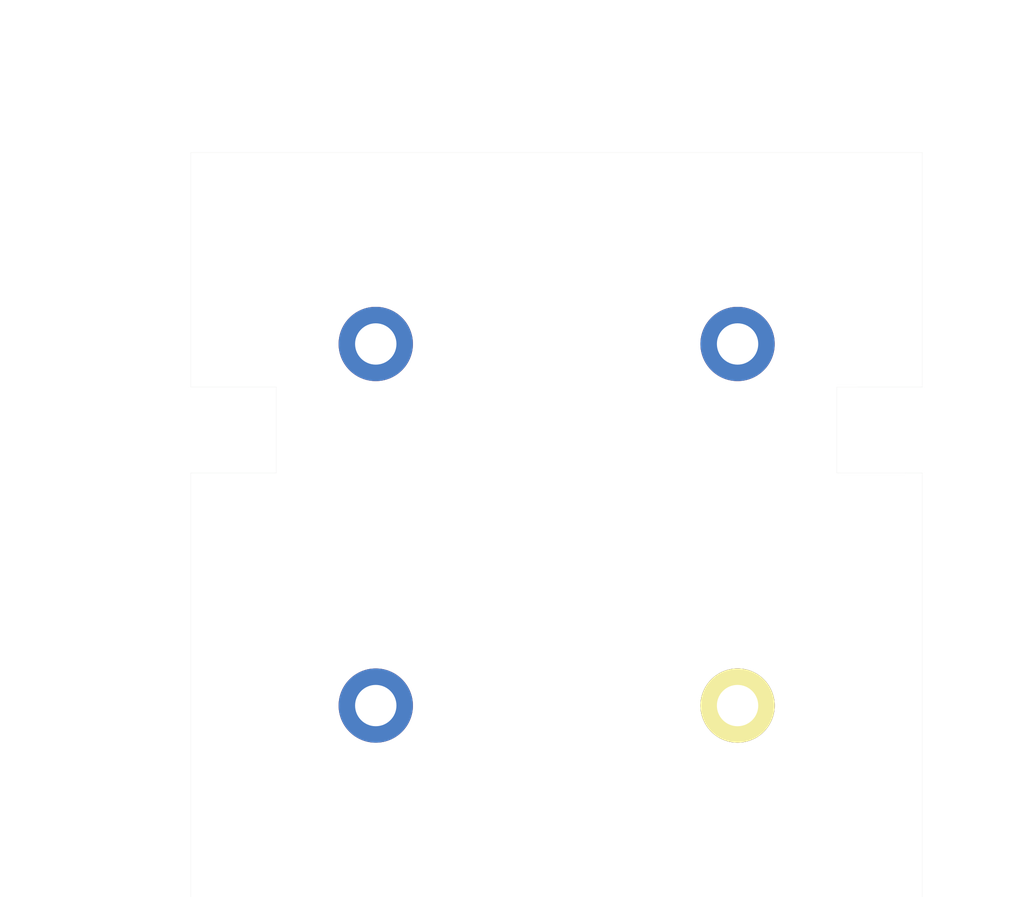
<source format=kicad_pcb>
(kicad_pcb (version 4) (host pcbnew 4.0.1-stable)

  (general
    (links 0)
    (no_connects 0)
    (area 76.925241 84.33554 160.54524 153.235001)
    (thickness 1.6)
    (drawings 22)
    (tracks 0)
    (zones 0)
    (modules 1)
    (nets 1)
  )

  (page A)
  (title_block
    (title "Enter Title On Page Setting Dialog")
    (rev 1)
    (company "Ashton Johnson")
  )

  (layers
    (0 F.Cu signal)
    (31 B.Cu signal)
    (33 F.Adhes user)
    (35 F.Paste user)
    (37 F.SilkS user)
    (39 F.Mask user)
    (40 Dwgs.User user)
    (41 Cmts.User user)
    (42 Eco1.User user)
    (43 Eco2.User user)
    (44 Edge.Cuts user)
    (45 Margin user)
    (47 F.CrtYd user)
    (49 F.Fab user)
  )

  (setup
    (last_trace_width 0.381)
    (user_trace_width 0.1524)
    (user_trace_width 0.2032)
    (user_trace_width 0.254)
    (user_trace_width 0.381)
    (user_trace_width 0.508)
    (user_trace_width 0.635)
    (user_trace_width 0.889)
    (user_trace_width 1.27)
    (user_trace_width 2.974416)
    (trace_clearance 0.254)
    (zone_clearance 0.508)
    (zone_45_only yes)
    (trace_min 0.1524)
    (segment_width 0.2)
    (edge_width 0.15)
    (via_size 0.6858)
    (via_drill 0.3302)
    (via_min_size 0.6858)
    (via_min_drill 0.3302)
    (user_via 0.6858 0.3302)
    (uvia_size 254)
    (uvia_drill 127)
    (uvias_allowed no)
    (uvia_min_size 0)
    (uvia_min_drill 0)
    (pcb_text_width 0.3)
    (pcb_text_size 1.5 1.5)
    (mod_edge_width 0.15)
    (mod_text_size 1 1)
    (mod_text_width 0.15)
    (pad_size 1.524 1.524)
    (pad_drill 0.762)
    (pad_to_mask_clearance 0.0762)
    (aux_axis_origin 106.40024 138.40054)
    (grid_origin 92.09024 153.23054)
    (visible_elements 7FFFFFFF)
    (pcbplotparams
      (layerselection 0x010a8_80000001)
      (usegerberextensions true)
      (usegerberattributes true)
      (excludeedgelayer true)
      (linewidth 0.100000)
      (plotframeref false)
      (viasonmask false)
      (mode 1)
      (useauxorigin false)
      (hpglpennumber 1)
      (hpglpenspeed 20)
      (hpglpendiameter 15)
      (hpglpenoverlay 2)
      (psnegative false)
      (psa4output false)
      (plotreference true)
      (plotvalue true)
      (plotinvisibletext false)
      (padsonsilk false)
      (subtractmaskfromsilk true)
      (outputformat 1)
      (mirror false)
      (drillshape 0)
      (scaleselection 1)
      (outputdirectory ""))
  )

  (net 0 "")

  (net_class Default "This is the default net class."
    (clearance 0.254)
    (trace_width 0.381)
    (via_dia 0.6858)
    (via_drill 0.3302)
    (uvia_dia 254)
    (uvia_drill 127)
  )

  (module 1593K_FULL locked placed (layer F.Cu) (tedit 55D3ECD9) (tstamp 55C8188E)
    (at 106.82024 110.12054)
    (fp_text reference REF** (at -0.42 -2.2) (layer F.SilkS) hide
      (effects (font (size 1 1) (thickness 0.15)))
    )
    (fp_text value 1593K_FULL (at -0.42 -4.74) (layer F.Fab) hide
      (effects (font (size 1 1) (thickness 0.15)))
    )
    (pad "" np_thru_hole circle (at -0.42 28.28) (size 5.75 5.75) (drill 3.2) (layers *.Cu *.Mask)
      (clearance 1) (zone_connect 0))
    (pad "" np_thru_hole circle (at -0.42 0.28) (size 5.75 5.75) (drill 3.2) (layers *.Cu *.Mask)
      (clearance 1) (zone_connect 0))
    (pad "" np_thru_hole circle (at 27.58 0.28) (size 5.75 5.75) (drill 3.2) (layers *.Cu *.Mask)
      (clearance 1) (zone_connect 0))
    (pad "" np_thru_hole circle (at 27.58 28.28) (size 5.75 5.75) (drill 3.2) (layers *.Cu *.Mask F.SilkS)
      (clearance 1) (zone_connect 0))
  )

  (dimension 6.62 (width 0.01) (layer Dwgs.User)
    (gr_text "6.620 mm" (at 95.40024 124.15054) (layer Dwgs.User)
      (effects (font (size 1.5 1.5) (thickness 0.01)))
    )
    (feature1 (pts (xy 98.71024 95.57054) (xy 98.71024 125.50054)))
    (feature2 (pts (xy 92.09024 95.57054) (xy 92.09024 125.50054)))
    (crossbar (pts (xy 92.09024 122.80054) (xy 98.71024 122.80054)))
    (arrow1a (pts (xy 98.71024 122.80054) (xy 97.583736 123.386961)))
    (arrow1b (pts (xy 98.71024 122.80054) (xy 97.583736 122.214119)))
    (arrow2a (pts (xy 92.09024 122.80054) (xy 93.216744 123.386961)))
    (arrow2b (pts (xy 92.09024 122.80054) (xy 93.216744 122.214119)))
  )
  (dimension 6.62 (width 0.01) (layer Dwgs.User)
    (gr_text "6.620 mm" (at 145.39024 123.61054) (layer Dwgs.User)
      (effects (font (size 1.5 1.5) (thickness 0.01)))
    )
    (feature1 (pts (xy 142.08024 95.57054) (xy 142.08024 124.96054)))
    (feature2 (pts (xy 148.70024 95.57054) (xy 148.70024 124.96054)))
    (crossbar (pts (xy 148.70024 122.26054) (xy 142.08024 122.26054)))
    (arrow1a (pts (xy 142.08024 122.26054) (xy 143.206744 121.674119)))
    (arrow1b (pts (xy 142.08024 122.26054) (xy 143.206744 122.846961)))
    (arrow2a (pts (xy 148.70024 122.26054) (xy 147.573736 121.674119)))
    (arrow2b (pts (xy 148.70024 122.26054) (xy 147.573736 122.846961)))
  )
  (dimension 6.63 (width 0.01) (layer Dwgs.User)
    (gr_text "6.630 mm" (at 82.88024 117.06554 270) (layer Dwgs.User)
      (effects (font (size 1.5 1.5) (thickness 0.01)))
    )
    (feature1 (pts (xy 148.70024 120.38054) (xy 81.53024 120.38054)))
    (feature2 (pts (xy 148.70024 113.75054) (xy 81.53024 113.75054)))
    (crossbar (pts (xy 84.23024 113.75054) (xy 84.23024 120.38054)))
    (arrow1a (pts (xy 84.23024 120.38054) (xy 83.643819 119.254036)))
    (arrow1b (pts (xy 84.23024 120.38054) (xy 84.816661 119.254036)))
    (arrow2a (pts (xy 84.23024 113.75054) (xy 83.643819 114.877044)))
    (arrow2b (pts (xy 84.23024 113.75054) (xy 84.816661 114.877044)))
  )
  (dimension 18.18 (width 0.01) (layer Dwgs.User)
    (gr_text "18.180 mm" (at 83.43024 104.66054 270) (layer Dwgs.User)
      (effects (font (size 1.5 1.5) (thickness 0.01)))
    )
    (feature1 (pts (xy 148.70024 113.75054) (xy 82.08024 113.75054)))
    (feature2 (pts (xy 148.70024 95.57054) (xy 82.08024 95.57054)))
    (crossbar (pts (xy 84.78024 95.57054) (xy 84.78024 113.75054)))
    (arrow1a (pts (xy 84.78024 113.75054) (xy 84.193819 112.624036)))
    (arrow1b (pts (xy 84.78024 113.75054) (xy 85.366661 112.624036)))
    (arrow2a (pts (xy 84.78024 95.57054) (xy 84.193819 96.697044)))
    (arrow2b (pts (xy 84.78024 95.57054) (xy 85.366661 96.697044)))
  )
  (dimension 28 (width 0.01) (layer Dwgs.User)
    (gr_text "28.000 mm" (at 154.04024 124.40054 90) (layer Dwgs.User)
      (effects (font (size 1.5 1.5) (thickness 0.01)))
    )
    (feature1 (pts (xy 92.09024 110.40054) (xy 155.39024 110.40054)))
    (feature2 (pts (xy 92.09024 138.40054) (xy 155.39024 138.40054)))
    (crossbar (pts (xy 152.69024 138.40054) (xy 152.69024 110.40054)))
    (arrow1a (pts (xy 152.69024 110.40054) (xy 153.276661 111.527044)))
    (arrow1b (pts (xy 152.69024 110.40054) (xy 152.103819 111.527044)))
    (arrow2a (pts (xy 152.69024 138.40054) (xy 153.276661 137.274036)))
    (arrow2b (pts (xy 152.69024 138.40054) (xy 152.103819 137.274036)))
  )
  (dimension 28 (width 0.01) (layer Dwgs.User)
    (gr_text "28.000 mm" (at 120.40024 90.75054) (layer Dwgs.User)
      (effects (font (size 1.5 1.5) (thickness 0.01)))
    )
    (feature1 (pts (xy 134.40024 153.23054) (xy 134.40024 89.40054)))
    (feature2 (pts (xy 106.40024 153.23054) (xy 106.40024 89.40054)))
    (crossbar (pts (xy 106.40024 92.10054) (xy 134.40024 92.10054)))
    (arrow1a (pts (xy 134.40024 92.10054) (xy 133.273736 92.686961)))
    (arrow1b (pts (xy 134.40024 92.10054) (xy 133.273736 91.514119)))
    (arrow2a (pts (xy 106.40024 92.10054) (xy 107.526744 92.686961)))
    (arrow2b (pts (xy 106.40024 92.10054) (xy 107.526744 91.514119)))
  )
  (dimension 14.83 (width 0.01) (layer Dwgs.User)
    (gr_text "14.830 mm" (at 153.85024 145.81554 90) (layer Dwgs.User)
      (effects (font (size 1.5 1.5) (thickness 0.01)))
    )
    (feature1 (pts (xy 92.09024 138.40054) (xy 155.20024 138.40054)))
    (feature2 (pts (xy 92.09024 153.23054) (xy 155.20024 153.23054)))
    (crossbar (pts (xy 152.50024 153.23054) (xy 152.50024 138.40054)))
    (arrow1a (pts (xy 152.50024 138.40054) (xy 153.086661 139.527044)))
    (arrow1b (pts (xy 152.50024 138.40054) (xy 151.913819 139.527044)))
    (arrow2a (pts (xy 152.50024 153.23054) (xy 153.086661 152.104036)))
    (arrow2b (pts (xy 152.50024 153.23054) (xy 151.913819 152.104036)))
  )
  (dimension 14.31 (width 0.01) (layer Dwgs.User)
    (gr_text "14.310 mm" (at 99.24524 90.72054) (layer Dwgs.User)
      (effects (font (size 1.5 1.5) (thickness 0.01)))
    )
    (feature1 (pts (xy 106.40024 153.23054) (xy 106.40024 89.37054)))
    (feature2 (pts (xy 92.09024 153.23054) (xy 92.09024 89.37054)))
    (crossbar (pts (xy 92.09024 92.07054) (xy 106.40024 92.07054)))
    (arrow1a (pts (xy 106.40024 92.07054) (xy 105.273736 92.656961)))
    (arrow1b (pts (xy 106.40024 92.07054) (xy 105.273736 91.484119)))
    (arrow2a (pts (xy 92.09024 92.07054) (xy 93.216744 92.656961)))
    (arrow2b (pts (xy 92.09024 92.07054) (xy 93.216744 91.484119)))
  )
  (dimension 56.61 (width 0.01) (layer Dwgs.User)
    (gr_text "56.610 mm" (at 120.39524 85.40054) (layer Dwgs.User) (tstamp 55D3E42D)
      (effects (font (size 1.5 1.5) (thickness 0.01)))
    )
    (feature1 (pts (xy 148.70024 153.23054) (xy 148.70024 84.63054)))
    (feature2 (pts (xy 92.09024 153.23054) (xy 92.09024 84.63054)))
    (crossbar (pts (xy 92.09024 86.17054) (xy 148.70024 86.17054)))
    (arrow1a (pts (xy 148.70024 86.17054) (xy 147.573736 86.756961)))
    (arrow1b (pts (xy 148.70024 86.17054) (xy 147.573736 85.584119)))
    (arrow2a (pts (xy 92.09024 86.17054) (xy 93.216744 86.756961)))
    (arrow2b (pts (xy 92.09024 86.17054) (xy 93.216744 85.584119)))
  )
  (dimension 57.66 (width 0.01) (layer Dwgs.User)
    (gr_text "57.660 mm" (at 87.45024 124.40054 90) (layer Dwgs.User)
      (effects (font (size 1.5 1.5) (thickness 0.01)))
    )
    (feature1 (pts (xy 92.09024 95.57054) (xy 86.10024 95.57054)))
    (feature2 (pts (xy 92.09024 153.23054) (xy 86.10024 153.23054)))
    (crossbar (pts (xy 88.80024 153.23054) (xy 88.80024 95.57054)))
    (arrow1a (pts (xy 88.80024 95.57054) (xy 89.386661 96.697044)))
    (arrow1b (pts (xy 88.80024 95.57054) (xy 88.213819 96.697044)))
    (arrow2a (pts (xy 88.80024 153.23054) (xy 89.386661 152.104036)))
    (arrow2b (pts (xy 88.80024 153.23054) (xy 88.213819 152.104036)))
  )
  (gr_line (start 142.08024 120.38054) (end 148.7 120.38) (angle 90) (layer Edge.Cuts) (width 0.01))
  (gr_line (start 142.08024 113.75054) (end 142.08024 120.38054) (angle 90) (layer Edge.Cuts) (width 0.01))
  (gr_line (start 148.7 113.75) (end 142.08024 113.75054) (angle 90) (layer Edge.Cuts) (width 0.01))
  (gr_line (start 98.71 113.75) (end 92.09 113.75) (angle 90) (layer Edge.Cuts) (width 0.01))
  (gr_line (start 98.71 120.38) (end 98.71 113.75) (angle 90) (layer Edge.Cuts) (width 0.01))
  (gr_line (start 92.09 120.38) (end 98.71 120.38) (angle 90) (layer Edge.Cuts) (width 0.01))
  (gr_line (start 148.7 153.23) (end 92.09 153.23) (angle 90) (layer Edge.Cuts) (width 0.01))
  (gr_line (start 148.7 120.38) (end 148.7 153.23) (angle 90) (layer Edge.Cuts) (width 0.01))
  (gr_line (start 148.7 95.57) (end 148.7 113.75) (angle 90) (layer Edge.Cuts) (width 0.01))
  (gr_line (start 92.09 95.57) (end 148.7 95.57) (angle 90) (layer Edge.Cuts) (width 0.01))
  (gr_line (start 92.09 113.75) (end 92.09 95.57) (angle 90) (layer Edge.Cuts) (width 0.01))
  (gr_line (start 92.09 153.23) (end 92.09 120.38) (angle 90) (layer Edge.Cuts) (width 0.01))

)

</source>
